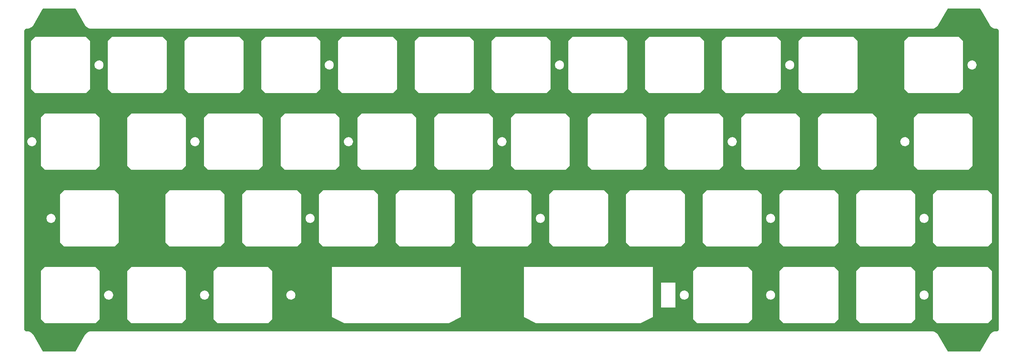
<source format=gbr>
%TF.GenerationSoftware,KiCad,Pcbnew,8.0.5*%
%TF.CreationDate,2024-10-29T17:30:03+01:00*%
%TF.ProjectId,plate campsite split,706c6174-6520-4636-916d-707369746520,rev?*%
%TF.SameCoordinates,Original*%
%TF.FileFunction,Copper,L2,Bot*%
%TF.FilePolarity,Positive*%
%FSLAX46Y46*%
G04 Gerber Fmt 4.6, Leading zero omitted, Abs format (unit mm)*
G04 Created by KiCad (PCBNEW 8.0.5) date 2024-10-29 17:30:03*
%MOMM*%
%LPD*%
G01*
G04 APERTURE LIST*
G04 APERTURE END LIST*
%TA.AperFunction,Conductor*%
%TO.N,GND*%
G36*
X36219096Y-16975935D02*
G01*
X36259443Y-17018249D01*
X38533049Y-20956250D01*
X38603111Y-21072778D01*
X38610186Y-21084546D01*
X38610186Y-21084547D01*
X38796818Y-21318586D01*
X38796834Y-21318605D01*
X39016279Y-21522227D01*
X39263622Y-21690867D01*
X39533337Y-21820758D01*
X39819400Y-21908999D01*
X40115419Y-21953617D01*
X40265100Y-21956250D01*
X40265110Y-21956250D01*
X248659900Y-21956250D01*
X248659925Y-21956250D01*
X248773293Y-21954236D01*
X248809579Y-21953592D01*
X249105595Y-21908974D01*
X249391653Y-21820735D01*
X249661365Y-21690845D01*
X249908705Y-21522207D01*
X250128148Y-21318588D01*
X250314791Y-21084536D01*
X250391951Y-20956250D01*
X252665556Y-17018249D01*
X252716123Y-16970034D01*
X252772943Y-16956250D01*
X260701557Y-16956250D01*
X260768596Y-16975935D01*
X260808943Y-17018249D01*
X263082549Y-20956250D01*
X263152611Y-21072778D01*
X263159686Y-21084546D01*
X263159686Y-21084547D01*
X263346318Y-21318586D01*
X263346334Y-21318605D01*
X263565779Y-21522227D01*
X263813122Y-21690867D01*
X264082837Y-21820758D01*
X264368900Y-21908999D01*
X264664919Y-21953617D01*
X264814600Y-21956250D01*
X264879213Y-21956250D01*
X264883266Y-21956316D01*
X264884275Y-21956349D01*
X264932530Y-21957927D01*
X264960573Y-21962087D01*
X265057645Y-21988105D01*
X265087542Y-22000490D01*
X265172797Y-22049716D01*
X265198474Y-22069420D01*
X265268079Y-22139025D01*
X265287783Y-22164702D01*
X265337007Y-22249953D01*
X265349395Y-22279856D01*
X265375411Y-22376924D01*
X265379572Y-22404970D01*
X265381184Y-22454232D01*
X265381250Y-22458287D01*
X265381250Y-96604212D01*
X265381184Y-96608267D01*
X265379572Y-96657529D01*
X265375411Y-96685575D01*
X265349395Y-96782643D01*
X265337007Y-96812546D01*
X265287783Y-96897797D01*
X265268079Y-96923474D01*
X265198474Y-96993079D01*
X265172797Y-97012783D01*
X265087546Y-97062007D01*
X265057643Y-97074395D01*
X264960575Y-97100411D01*
X264932530Y-97104572D01*
X264889520Y-97105979D01*
X264883264Y-97106184D01*
X264879213Y-97106250D01*
X264814580Y-97106250D01*
X264664946Y-97109044D01*
X264664927Y-97109046D01*
X264368933Y-97153659D01*
X264368932Y-97153659D01*
X264082894Y-97241888D01*
X263813192Y-97371766D01*
X263565864Y-97540386D01*
X263346424Y-97743991D01*
X263159792Y-97978010D01*
X263159782Y-97978024D01*
X263082553Y-98106239D01*
X260808944Y-102044250D01*
X260758377Y-102092466D01*
X260701557Y-102106250D01*
X252772943Y-102106250D01*
X252705904Y-102086565D01*
X252665556Y-102044250D01*
X250391951Y-98106249D01*
X250314692Y-97978032D01*
X250128054Y-97744004D01*
X249908622Y-97540407D01*
X249908620Y-97540405D01*
X249793173Y-97461698D01*
X249661296Y-97371788D01*
X249661253Y-97371767D01*
X249391597Y-97241911D01*
X249105567Y-97153684D01*
X249105557Y-97153681D01*
X248809563Y-97109069D01*
X248659900Y-97106250D01*
X40265100Y-97106250D01*
X40265080Y-97106250D01*
X40115446Y-97109044D01*
X40115427Y-97109046D01*
X39819433Y-97153659D01*
X39819432Y-97153659D01*
X39533394Y-97241888D01*
X39263692Y-97371766D01*
X39016364Y-97540386D01*
X38796924Y-97743991D01*
X38610292Y-97978010D01*
X38610282Y-97978024D01*
X38533053Y-98106239D01*
X36259444Y-102044250D01*
X36208877Y-102092466D01*
X36152057Y-102106250D01*
X28223443Y-102106250D01*
X28156404Y-102086565D01*
X28116056Y-102044250D01*
X25842451Y-98106250D01*
X25765311Y-97977949D01*
X25578666Y-97743895D01*
X25359221Y-97540273D01*
X25111878Y-97371633D01*
X24842163Y-97241742D01*
X24842161Y-97241741D01*
X24556100Y-97153501D01*
X24260085Y-97108883D01*
X24260074Y-97108882D01*
X24135400Y-97106689D01*
X24110400Y-97106250D01*
X24110390Y-97106250D01*
X24045786Y-97106250D01*
X24041733Y-97106184D01*
X24037932Y-97106059D01*
X23992469Y-97104572D01*
X23964422Y-97100411D01*
X23867355Y-97074395D01*
X23837453Y-97062007D01*
X23752202Y-97012783D01*
X23726525Y-96993079D01*
X23656920Y-96923474D01*
X23637216Y-96897797D01*
X23587992Y-96812546D01*
X23575604Y-96782644D01*
X23549588Y-96685577D01*
X23545427Y-96657528D01*
X23543816Y-96608266D01*
X23543750Y-96604213D01*
X23543750Y-82106249D01*
X27625000Y-82106249D01*
X27625000Y-82106250D01*
X27625000Y-94106250D01*
X28625000Y-95106250D01*
X41225000Y-95106250D01*
X42225000Y-94106250D01*
X42225000Y-88106250D01*
X43324915Y-88106250D01*
X43345247Y-88319174D01*
X43405507Y-88524402D01*
X43455716Y-88621794D01*
X43503520Y-88714521D01*
X43635735Y-88882645D01*
X43635743Y-88882653D01*
X43797387Y-89022717D01*
X43982619Y-89129661D01*
X43982620Y-89129661D01*
X43982623Y-89129663D01*
X44184751Y-89199621D01*
X44396466Y-89230061D01*
X44610116Y-89219883D01*
X44817979Y-89169456D01*
X45012543Y-89080602D01*
X45186774Y-88956533D01*
X45334377Y-88801731D01*
X45450015Y-88621794D01*
X45529511Y-88423223D01*
X45569991Y-88213196D01*
X45572532Y-88106250D01*
X45569991Y-87999304D01*
X45529511Y-87789277D01*
X45450015Y-87590706D01*
X45334377Y-87410769D01*
X45186774Y-87255967D01*
X45012543Y-87131898D01*
X45012541Y-87131897D01*
X45012542Y-87131897D01*
X44905116Y-87082838D01*
X44817979Y-87043044D01*
X44610116Y-86992617D01*
X44396466Y-86982439D01*
X44396465Y-86982439D01*
X44396464Y-86982439D01*
X44396463Y-86982439D01*
X44184749Y-87012879D01*
X43982619Y-87082838D01*
X43797388Y-87189782D01*
X43797387Y-87189782D01*
X43635743Y-87329846D01*
X43635735Y-87329854D01*
X43503520Y-87497978D01*
X43455716Y-87590706D01*
X43405507Y-87688098D01*
X43345247Y-87893326D01*
X43324915Y-88106250D01*
X42225000Y-88106250D01*
X42225000Y-82106250D01*
X42224999Y-82106249D01*
X49056250Y-82106249D01*
X49056250Y-82106250D01*
X49056250Y-94106250D01*
X50056250Y-95106250D01*
X62656250Y-95106250D01*
X63656250Y-94106250D01*
X63656250Y-88106250D01*
X67137415Y-88106250D01*
X67157747Y-88319174D01*
X67218007Y-88524402D01*
X67268216Y-88621794D01*
X67316020Y-88714521D01*
X67448235Y-88882645D01*
X67448243Y-88882653D01*
X67609887Y-89022717D01*
X67795119Y-89129661D01*
X67795120Y-89129661D01*
X67795123Y-89129663D01*
X67997251Y-89199621D01*
X68208966Y-89230061D01*
X68422616Y-89219883D01*
X68630479Y-89169456D01*
X68825043Y-89080602D01*
X68999274Y-88956533D01*
X69146877Y-88801731D01*
X69262515Y-88621794D01*
X69342011Y-88423223D01*
X69382491Y-88213196D01*
X69385032Y-88106250D01*
X69382491Y-87999304D01*
X69342011Y-87789277D01*
X69262515Y-87590706D01*
X69146877Y-87410769D01*
X68999274Y-87255967D01*
X68825043Y-87131898D01*
X68825041Y-87131897D01*
X68825042Y-87131897D01*
X68717616Y-87082838D01*
X68630479Y-87043044D01*
X68422616Y-86992617D01*
X68208966Y-86982439D01*
X68208965Y-86982439D01*
X68208964Y-86982439D01*
X68208963Y-86982439D01*
X67997249Y-87012879D01*
X67795119Y-87082838D01*
X67609888Y-87189782D01*
X67609887Y-87189782D01*
X67448243Y-87329846D01*
X67448235Y-87329854D01*
X67316020Y-87497978D01*
X67268216Y-87590706D01*
X67218007Y-87688098D01*
X67157747Y-87893326D01*
X67137415Y-88106250D01*
X63656250Y-88106250D01*
X63656250Y-82106250D01*
X63656249Y-82106249D01*
X70487500Y-82106249D01*
X70487500Y-82106250D01*
X70487500Y-94106250D01*
X71487500Y-95106250D01*
X84087500Y-95106250D01*
X85087500Y-94106250D01*
X85087500Y-88106250D01*
X88568665Y-88106250D01*
X88588997Y-88319174D01*
X88649257Y-88524402D01*
X88699466Y-88621794D01*
X88747270Y-88714521D01*
X88879485Y-88882645D01*
X88879493Y-88882653D01*
X89041137Y-89022717D01*
X89226369Y-89129661D01*
X89226370Y-89129661D01*
X89226373Y-89129663D01*
X89428501Y-89199621D01*
X89640216Y-89230061D01*
X89853866Y-89219883D01*
X90061729Y-89169456D01*
X90256293Y-89080602D01*
X90430524Y-88956533D01*
X90578127Y-88801731D01*
X90693765Y-88621794D01*
X90773261Y-88423223D01*
X90813741Y-88213196D01*
X90816282Y-88106250D01*
X99887500Y-88106250D01*
X99887500Y-93606250D01*
X99887501Y-93606251D01*
X102887499Y-95106250D01*
X128887500Y-95106250D01*
X128887501Y-95106250D01*
X131887498Y-93606251D01*
X131887500Y-93606250D01*
X131887500Y-88106250D01*
X147512500Y-88106250D01*
X147512500Y-93606250D01*
X147512501Y-93606251D01*
X150512499Y-95106250D01*
X176512500Y-95106250D01*
X176512501Y-95106250D01*
X179512498Y-93606251D01*
X179512500Y-93606250D01*
X179512500Y-91182607D01*
X181557575Y-91182607D01*
X185154924Y-91182607D01*
X185154924Y-88106250D01*
X186199915Y-88106250D01*
X186220247Y-88319174D01*
X186280507Y-88524402D01*
X186330716Y-88621794D01*
X186378520Y-88714521D01*
X186510735Y-88882645D01*
X186510743Y-88882653D01*
X186672387Y-89022717D01*
X186857619Y-89129661D01*
X186857620Y-89129661D01*
X186857623Y-89129663D01*
X187059751Y-89199621D01*
X187271466Y-89230061D01*
X187485116Y-89219883D01*
X187692979Y-89169456D01*
X187887543Y-89080602D01*
X188061774Y-88956533D01*
X188209377Y-88801731D01*
X188325015Y-88621794D01*
X188404511Y-88423223D01*
X188444991Y-88213196D01*
X188447532Y-88106250D01*
X188444991Y-87999304D01*
X188404511Y-87789277D01*
X188325015Y-87590706D01*
X188209377Y-87410769D01*
X188061774Y-87255967D01*
X187887543Y-87131898D01*
X187887541Y-87131897D01*
X187887542Y-87131897D01*
X187780116Y-87082838D01*
X187692979Y-87043044D01*
X187485116Y-86992617D01*
X187271466Y-86982439D01*
X187271465Y-86982439D01*
X187271464Y-86982439D01*
X187271463Y-86982439D01*
X187059749Y-87012879D01*
X186857619Y-87082838D01*
X186672388Y-87189782D01*
X186672387Y-87189782D01*
X186510743Y-87329846D01*
X186510735Y-87329854D01*
X186378520Y-87497978D01*
X186330716Y-87590706D01*
X186280507Y-87688098D01*
X186220247Y-87893326D01*
X186199915Y-88106250D01*
X185154924Y-88106250D01*
X185154924Y-85028334D01*
X181557575Y-85028334D01*
X181557575Y-91182607D01*
X179512500Y-91182607D01*
X179512500Y-88106250D01*
X179512500Y-82106249D01*
X189550000Y-82106249D01*
X189550000Y-82106250D01*
X189550000Y-94106250D01*
X190550000Y-95106250D01*
X203150000Y-95106250D01*
X204150000Y-94106250D01*
X204150000Y-88106250D01*
X207631165Y-88106250D01*
X207651497Y-88319174D01*
X207711757Y-88524402D01*
X207761966Y-88621794D01*
X207809770Y-88714521D01*
X207941985Y-88882645D01*
X207941993Y-88882653D01*
X208103637Y-89022717D01*
X208288869Y-89129661D01*
X208288870Y-89129661D01*
X208288873Y-89129663D01*
X208491001Y-89199621D01*
X208702716Y-89230061D01*
X208916366Y-89219883D01*
X209124229Y-89169456D01*
X209318793Y-89080602D01*
X209493024Y-88956533D01*
X209640627Y-88801731D01*
X209756265Y-88621794D01*
X209835761Y-88423223D01*
X209876241Y-88213196D01*
X209878782Y-88106250D01*
X209876241Y-87999304D01*
X209835761Y-87789277D01*
X209756265Y-87590706D01*
X209640627Y-87410769D01*
X209493024Y-87255967D01*
X209318793Y-87131898D01*
X209318791Y-87131897D01*
X209318792Y-87131897D01*
X209211366Y-87082838D01*
X209124229Y-87043044D01*
X208916366Y-86992617D01*
X208702716Y-86982439D01*
X208702715Y-86982439D01*
X208702714Y-86982439D01*
X208702713Y-86982439D01*
X208490999Y-87012879D01*
X208288869Y-87082838D01*
X208103638Y-87189782D01*
X208103637Y-87189782D01*
X207941993Y-87329846D01*
X207941985Y-87329854D01*
X207809770Y-87497978D01*
X207761966Y-87590706D01*
X207711757Y-87688098D01*
X207651497Y-87893326D01*
X207631165Y-88106250D01*
X204150000Y-88106250D01*
X204150000Y-82106250D01*
X204149999Y-82106249D01*
X210981250Y-82106249D01*
X210981250Y-82106250D01*
X210981250Y-94106250D01*
X211981250Y-95106250D01*
X224581250Y-95106250D01*
X225581250Y-94106250D01*
X225581250Y-82106250D01*
X225581249Y-82106249D01*
X230031250Y-82106249D01*
X230031250Y-82106250D01*
X230031250Y-94106250D01*
X231031250Y-95106250D01*
X243631250Y-95106250D01*
X244631250Y-94106250D01*
X244631250Y-88106250D01*
X245731165Y-88106250D01*
X245751497Y-88319174D01*
X245811757Y-88524402D01*
X245861966Y-88621794D01*
X245909770Y-88714521D01*
X246041985Y-88882645D01*
X246041993Y-88882653D01*
X246203637Y-89022717D01*
X246388869Y-89129661D01*
X246388870Y-89129661D01*
X246388873Y-89129663D01*
X246591001Y-89199621D01*
X246802716Y-89230061D01*
X247016366Y-89219883D01*
X247224229Y-89169456D01*
X247418793Y-89080602D01*
X247593024Y-88956533D01*
X247740627Y-88801731D01*
X247856265Y-88621794D01*
X247935761Y-88423223D01*
X247976241Y-88213196D01*
X247978782Y-88106250D01*
X247976241Y-87999304D01*
X247935761Y-87789277D01*
X247856265Y-87590706D01*
X247740627Y-87410769D01*
X247593024Y-87255967D01*
X247418793Y-87131898D01*
X247418791Y-87131897D01*
X247418792Y-87131897D01*
X247311366Y-87082838D01*
X247224229Y-87043044D01*
X247016366Y-86992617D01*
X246802716Y-86982439D01*
X246802715Y-86982439D01*
X246802714Y-86982439D01*
X246802713Y-86982439D01*
X246590999Y-87012879D01*
X246388869Y-87082838D01*
X246203638Y-87189782D01*
X246203637Y-87189782D01*
X246041993Y-87329846D01*
X246041985Y-87329854D01*
X245909770Y-87497978D01*
X245861966Y-87590706D01*
X245811757Y-87688098D01*
X245751497Y-87893326D01*
X245731165Y-88106250D01*
X244631250Y-88106250D01*
X244631250Y-82106250D01*
X244631249Y-82106249D01*
X249081250Y-82106249D01*
X249081250Y-82106250D01*
X249081250Y-94106250D01*
X250081250Y-95106250D01*
X262681250Y-95106250D01*
X263681250Y-94106250D01*
X263681250Y-82106250D01*
X262681250Y-81106250D01*
X250081249Y-81106250D01*
X249081250Y-82106249D01*
X244631249Y-82106249D01*
X243631250Y-81106250D01*
X231031249Y-81106250D01*
X230031250Y-82106249D01*
X225581249Y-82106249D01*
X224581250Y-81106250D01*
X211981249Y-81106250D01*
X210981250Y-82106249D01*
X204149999Y-82106249D01*
X203150000Y-81106250D01*
X190549999Y-81106250D01*
X189550000Y-82106249D01*
X179512500Y-82106249D01*
X179512500Y-81106250D01*
X147512500Y-81106250D01*
X147512500Y-88106250D01*
X131887500Y-88106250D01*
X131887500Y-81106250D01*
X99887500Y-81106250D01*
X99887500Y-88106250D01*
X90816282Y-88106250D01*
X90813741Y-87999304D01*
X90773261Y-87789277D01*
X90693765Y-87590706D01*
X90578127Y-87410769D01*
X90430524Y-87255967D01*
X90256293Y-87131898D01*
X90256291Y-87131897D01*
X90256292Y-87131897D01*
X90148866Y-87082838D01*
X90061729Y-87043044D01*
X89853866Y-86992617D01*
X89640216Y-86982439D01*
X89640215Y-86982439D01*
X89640214Y-86982439D01*
X89640213Y-86982439D01*
X89428499Y-87012879D01*
X89226369Y-87082838D01*
X89041138Y-87189782D01*
X89041137Y-87189782D01*
X88879493Y-87329846D01*
X88879485Y-87329854D01*
X88747270Y-87497978D01*
X88699466Y-87590706D01*
X88649257Y-87688098D01*
X88588997Y-87893326D01*
X88568665Y-88106250D01*
X85087500Y-88106250D01*
X85087500Y-82106250D01*
X84087500Y-81106250D01*
X71487499Y-81106250D01*
X70487500Y-82106249D01*
X63656249Y-82106249D01*
X62656250Y-81106250D01*
X50056249Y-81106250D01*
X49056250Y-82106249D01*
X42224999Y-82106249D01*
X41225000Y-81106250D01*
X28624999Y-81106250D01*
X27625000Y-82106249D01*
X23543750Y-82106249D01*
X23543750Y-69056250D01*
X29037415Y-69056250D01*
X29057747Y-69269174D01*
X29118007Y-69474402D01*
X29168216Y-69571794D01*
X29216020Y-69664521D01*
X29348235Y-69832645D01*
X29348243Y-69832653D01*
X29509887Y-69972717D01*
X29695119Y-70079661D01*
X29695120Y-70079661D01*
X29695123Y-70079663D01*
X29897251Y-70149621D01*
X30108966Y-70180061D01*
X30322616Y-70169883D01*
X30530479Y-70119456D01*
X30725043Y-70030602D01*
X30899274Y-69906533D01*
X31046877Y-69751731D01*
X31162515Y-69571794D01*
X31242011Y-69373223D01*
X31282491Y-69163196D01*
X31285032Y-69056250D01*
X31282491Y-68949304D01*
X31242011Y-68739277D01*
X31162515Y-68540706D01*
X31046877Y-68360769D01*
X30899274Y-68205967D01*
X30725043Y-68081898D01*
X30725041Y-68081897D01*
X30725042Y-68081897D01*
X30617616Y-68032838D01*
X30530479Y-67993044D01*
X30322616Y-67942617D01*
X30108966Y-67932439D01*
X30108965Y-67932439D01*
X30108964Y-67932439D01*
X30108963Y-67932439D01*
X29897249Y-67962879D01*
X29695119Y-68032838D01*
X29509888Y-68139782D01*
X29509887Y-68139782D01*
X29348243Y-68279846D01*
X29348235Y-68279854D01*
X29216020Y-68447978D01*
X29168216Y-68540706D01*
X29118007Y-68638098D01*
X29057747Y-68843326D01*
X29037415Y-69056250D01*
X23543750Y-69056250D01*
X23543750Y-63056249D01*
X32387500Y-63056249D01*
X32387500Y-63056250D01*
X32387500Y-75056250D01*
X33387500Y-76056250D01*
X45987500Y-76056250D01*
X46987500Y-75056250D01*
X46987500Y-63056250D01*
X46987499Y-63056249D01*
X58581250Y-63056249D01*
X58581250Y-63056250D01*
X58581250Y-75056250D01*
X59581250Y-76056250D01*
X72181250Y-76056250D01*
X73181250Y-75056250D01*
X73181250Y-63056250D01*
X73181249Y-63056249D01*
X77631250Y-63056249D01*
X77631250Y-63056250D01*
X77631250Y-75056250D01*
X78631250Y-76056250D01*
X91231250Y-76056250D01*
X92231250Y-75056250D01*
X92231250Y-69056250D01*
X93331165Y-69056250D01*
X93351497Y-69269174D01*
X93411757Y-69474402D01*
X93461966Y-69571794D01*
X93509770Y-69664521D01*
X93641985Y-69832645D01*
X93641993Y-69832653D01*
X93803637Y-69972717D01*
X93988869Y-70079661D01*
X93988870Y-70079661D01*
X93988873Y-70079663D01*
X94191001Y-70149621D01*
X94402716Y-70180061D01*
X94616366Y-70169883D01*
X94824229Y-70119456D01*
X95018793Y-70030602D01*
X95193024Y-69906533D01*
X95340627Y-69751731D01*
X95456265Y-69571794D01*
X95535761Y-69373223D01*
X95576241Y-69163196D01*
X95578782Y-69056250D01*
X95576241Y-68949304D01*
X95535761Y-68739277D01*
X95456265Y-68540706D01*
X95340627Y-68360769D01*
X95193024Y-68205967D01*
X95018793Y-68081898D01*
X95018791Y-68081897D01*
X95018792Y-68081897D01*
X94911366Y-68032838D01*
X94824229Y-67993044D01*
X94616366Y-67942617D01*
X94402716Y-67932439D01*
X94402715Y-67932439D01*
X94402714Y-67932439D01*
X94402713Y-67932439D01*
X94190999Y-67962879D01*
X93988869Y-68032838D01*
X93803638Y-68139782D01*
X93803637Y-68139782D01*
X93641993Y-68279846D01*
X93641985Y-68279854D01*
X93509770Y-68447978D01*
X93461966Y-68540706D01*
X93411757Y-68638098D01*
X93351497Y-68843326D01*
X93331165Y-69056250D01*
X92231250Y-69056250D01*
X92231250Y-63056250D01*
X92231249Y-63056249D01*
X96681250Y-63056249D01*
X96681250Y-63056250D01*
X96681250Y-75056250D01*
X97681250Y-76056250D01*
X110281250Y-76056250D01*
X111281250Y-75056250D01*
X111281250Y-63056250D01*
X111281249Y-63056249D01*
X115731250Y-63056249D01*
X115731250Y-63056250D01*
X115731250Y-75056250D01*
X116731250Y-76056250D01*
X129331250Y-76056250D01*
X130331250Y-75056250D01*
X130331250Y-63056250D01*
X130331249Y-63056249D01*
X134781250Y-63056249D01*
X134781250Y-63056250D01*
X134781250Y-75056250D01*
X135781250Y-76056250D01*
X148381250Y-76056250D01*
X149381250Y-75056250D01*
X149381250Y-69056250D01*
X150481165Y-69056250D01*
X150501497Y-69269174D01*
X150561757Y-69474402D01*
X150611966Y-69571794D01*
X150659770Y-69664521D01*
X150791985Y-69832645D01*
X150791993Y-69832653D01*
X150953637Y-69972717D01*
X151138869Y-70079661D01*
X151138870Y-70079661D01*
X151138873Y-70079663D01*
X151341001Y-70149621D01*
X151552716Y-70180061D01*
X151766366Y-70169883D01*
X151974229Y-70119456D01*
X152168793Y-70030602D01*
X152343024Y-69906533D01*
X152490627Y-69751731D01*
X152606265Y-69571794D01*
X152685761Y-69373223D01*
X152726241Y-69163196D01*
X152728782Y-69056250D01*
X152726241Y-68949304D01*
X152685761Y-68739277D01*
X152606265Y-68540706D01*
X152490627Y-68360769D01*
X152343024Y-68205967D01*
X152168793Y-68081898D01*
X152168791Y-68081897D01*
X152168792Y-68081897D01*
X152061366Y-68032838D01*
X151974229Y-67993044D01*
X151766366Y-67942617D01*
X151552716Y-67932439D01*
X151552715Y-67932439D01*
X151552714Y-67932439D01*
X151552713Y-67932439D01*
X151340999Y-67962879D01*
X151138869Y-68032838D01*
X150953638Y-68139782D01*
X150953637Y-68139782D01*
X150791993Y-68279846D01*
X150791985Y-68279854D01*
X150659770Y-68447978D01*
X150611966Y-68540706D01*
X150561757Y-68638098D01*
X150501497Y-68843326D01*
X150481165Y-69056250D01*
X149381250Y-69056250D01*
X149381250Y-63056250D01*
X149381249Y-63056249D01*
X153831250Y-63056249D01*
X153831250Y-63056250D01*
X153831250Y-75056250D01*
X154831250Y-76056250D01*
X167431250Y-76056250D01*
X168431250Y-75056250D01*
X168431250Y-63056250D01*
X168431249Y-63056249D01*
X172881250Y-63056249D01*
X172881250Y-63056250D01*
X172881250Y-75056250D01*
X173881250Y-76056250D01*
X186481250Y-76056250D01*
X187481250Y-75056250D01*
X187481250Y-63056250D01*
X187481249Y-63056249D01*
X191931250Y-63056249D01*
X191931250Y-63056250D01*
X191931250Y-75056250D01*
X192931250Y-76056250D01*
X205531250Y-76056250D01*
X206531250Y-75056250D01*
X206531250Y-69056250D01*
X207631165Y-69056250D01*
X207651497Y-69269174D01*
X207711757Y-69474402D01*
X207761966Y-69571794D01*
X207809770Y-69664521D01*
X207941985Y-69832645D01*
X207941993Y-69832653D01*
X208103637Y-69972717D01*
X208288869Y-70079661D01*
X208288870Y-70079661D01*
X208288873Y-70079663D01*
X208491001Y-70149621D01*
X208702716Y-70180061D01*
X208916366Y-70169883D01*
X209124229Y-70119456D01*
X209318793Y-70030602D01*
X209493024Y-69906533D01*
X209640627Y-69751731D01*
X209756265Y-69571794D01*
X209835761Y-69373223D01*
X209876241Y-69163196D01*
X209878782Y-69056250D01*
X209876241Y-68949304D01*
X209835761Y-68739277D01*
X209756265Y-68540706D01*
X209640627Y-68360769D01*
X209493024Y-68205967D01*
X209318793Y-68081898D01*
X209318791Y-68081897D01*
X209318792Y-68081897D01*
X209211366Y-68032838D01*
X209124229Y-67993044D01*
X208916366Y-67942617D01*
X208702716Y-67932439D01*
X208702715Y-67932439D01*
X208702714Y-67932439D01*
X208702713Y-67932439D01*
X208490999Y-67962879D01*
X208288869Y-68032838D01*
X208103638Y-68139782D01*
X208103637Y-68139782D01*
X207941993Y-68279846D01*
X207941985Y-68279854D01*
X207809770Y-68447978D01*
X207761966Y-68540706D01*
X207711757Y-68638098D01*
X207651497Y-68843326D01*
X207631165Y-69056250D01*
X206531250Y-69056250D01*
X206531250Y-63056250D01*
X206531249Y-63056249D01*
X210981250Y-63056249D01*
X210981250Y-63056250D01*
X210981250Y-75056250D01*
X211981250Y-76056250D01*
X224581250Y-76056250D01*
X225581250Y-75056250D01*
X225581250Y-63056250D01*
X225581249Y-63056249D01*
X230031250Y-63056249D01*
X230031250Y-63056250D01*
X230031250Y-75056250D01*
X231031250Y-76056250D01*
X243631250Y-76056250D01*
X244631250Y-75056250D01*
X244631250Y-69056250D01*
X245731165Y-69056250D01*
X245751497Y-69269174D01*
X245811757Y-69474402D01*
X245861966Y-69571794D01*
X245909770Y-69664521D01*
X246041985Y-69832645D01*
X246041993Y-69832653D01*
X246203637Y-69972717D01*
X246388869Y-70079661D01*
X246388870Y-70079661D01*
X246388873Y-70079663D01*
X246591001Y-70149621D01*
X246802716Y-70180061D01*
X247016366Y-70169883D01*
X247224229Y-70119456D01*
X247418793Y-70030602D01*
X247593024Y-69906533D01*
X247740627Y-69751731D01*
X247856265Y-69571794D01*
X247935761Y-69373223D01*
X247976241Y-69163196D01*
X247978782Y-69056250D01*
X247976241Y-68949304D01*
X247935761Y-68739277D01*
X247856265Y-68540706D01*
X247740627Y-68360769D01*
X247593024Y-68205967D01*
X247418793Y-68081898D01*
X247418791Y-68081897D01*
X247418792Y-68081897D01*
X247311366Y-68032838D01*
X247224229Y-67993044D01*
X247016366Y-67942617D01*
X246802716Y-67932439D01*
X246802715Y-67932439D01*
X246802714Y-67932439D01*
X246802713Y-67932439D01*
X246590999Y-67962879D01*
X246388869Y-68032838D01*
X246203638Y-68139782D01*
X246203637Y-68139782D01*
X246041993Y-68279846D01*
X246041985Y-68279854D01*
X245909770Y-68447978D01*
X245861966Y-68540706D01*
X245811757Y-68638098D01*
X245751497Y-68843326D01*
X245731165Y-69056250D01*
X244631250Y-69056250D01*
X244631250Y-63056250D01*
X244631249Y-63056249D01*
X249081250Y-63056249D01*
X249081250Y-63056250D01*
X249081250Y-75056250D01*
X250081250Y-76056250D01*
X262681250Y-76056250D01*
X263681250Y-75056250D01*
X263681250Y-63056250D01*
X262681250Y-62056250D01*
X250081249Y-62056250D01*
X249081250Y-63056249D01*
X244631249Y-63056249D01*
X243631250Y-62056250D01*
X231031249Y-62056250D01*
X230031250Y-63056249D01*
X225581249Y-63056249D01*
X224581250Y-62056250D01*
X211981249Y-62056250D01*
X210981250Y-63056249D01*
X206531249Y-63056249D01*
X205531250Y-62056250D01*
X192931249Y-62056250D01*
X191931250Y-63056249D01*
X187481249Y-63056249D01*
X186481250Y-62056250D01*
X173881249Y-62056250D01*
X172881250Y-63056249D01*
X168431249Y-63056249D01*
X167431250Y-62056250D01*
X154831249Y-62056250D01*
X153831250Y-63056249D01*
X149381249Y-63056249D01*
X148381250Y-62056250D01*
X135781249Y-62056250D01*
X134781250Y-63056249D01*
X130331249Y-63056249D01*
X129331250Y-62056250D01*
X116731249Y-62056250D01*
X115731250Y-63056249D01*
X111281249Y-63056249D01*
X110281250Y-62056250D01*
X97681249Y-62056250D01*
X96681250Y-63056249D01*
X92231249Y-63056249D01*
X91231250Y-62056250D01*
X78631249Y-62056250D01*
X77631250Y-63056249D01*
X73181249Y-63056249D01*
X72181250Y-62056250D01*
X59581249Y-62056250D01*
X58581250Y-63056249D01*
X46987499Y-63056249D01*
X45987500Y-62056250D01*
X33387499Y-62056250D01*
X32387500Y-63056249D01*
X23543750Y-63056249D01*
X23543750Y-50006250D01*
X24274915Y-50006250D01*
X24295247Y-50219174D01*
X24355507Y-50424402D01*
X24405716Y-50521794D01*
X24453520Y-50614521D01*
X24585735Y-50782645D01*
X24585743Y-50782653D01*
X24747387Y-50922717D01*
X24932619Y-51029661D01*
X24932620Y-51029661D01*
X24932623Y-51029663D01*
X25134751Y-51099621D01*
X25346466Y-51130061D01*
X25560116Y-51119883D01*
X25767979Y-51069456D01*
X25962543Y-50980602D01*
X26136774Y-50856533D01*
X26284377Y-50701731D01*
X26400015Y-50521794D01*
X26479511Y-50323223D01*
X26519991Y-50113196D01*
X26522532Y-50006250D01*
X26519991Y-49899304D01*
X26479511Y-49689277D01*
X26400015Y-49490706D01*
X26284377Y-49310769D01*
X26136774Y-49155967D01*
X25962543Y-49031898D01*
X25962541Y-49031897D01*
X25962542Y-49031897D01*
X25855116Y-48982838D01*
X25767979Y-48943044D01*
X25560116Y-48892617D01*
X25346466Y-48882439D01*
X25346465Y-48882439D01*
X25346464Y-48882439D01*
X25346463Y-48882439D01*
X25134749Y-48912879D01*
X24932619Y-48982838D01*
X24747388Y-49089782D01*
X24747387Y-49089782D01*
X24585743Y-49229846D01*
X24585735Y-49229854D01*
X24453520Y-49397978D01*
X24405716Y-49490706D01*
X24355507Y-49588098D01*
X24295247Y-49793326D01*
X24274915Y-50006250D01*
X23543750Y-50006250D01*
X23543750Y-44006249D01*
X27625000Y-44006249D01*
X27625000Y-44006250D01*
X27625000Y-56006250D01*
X28625000Y-57006250D01*
X41225000Y-57006250D01*
X42225000Y-56006250D01*
X42225000Y-44006250D01*
X42224999Y-44006249D01*
X49056250Y-44006249D01*
X49056250Y-44006250D01*
X49056250Y-56006250D01*
X50056250Y-57006250D01*
X62656250Y-57006250D01*
X63656250Y-56006250D01*
X63656250Y-50006250D01*
X64756165Y-50006250D01*
X64776497Y-50219174D01*
X64836757Y-50424402D01*
X64886966Y-50521794D01*
X64934770Y-50614521D01*
X65066985Y-50782645D01*
X65066993Y-50782653D01*
X65228637Y-50922717D01*
X65413869Y-51029661D01*
X65413870Y-51029661D01*
X65413873Y-51029663D01*
X65616001Y-51099621D01*
X65827716Y-51130061D01*
X66041366Y-51119883D01*
X66249229Y-51069456D01*
X66443793Y-50980602D01*
X66618024Y-50856533D01*
X66765627Y-50701731D01*
X66881265Y-50521794D01*
X66960761Y-50323223D01*
X67001241Y-50113196D01*
X67003782Y-50006250D01*
X67001241Y-49899304D01*
X66960761Y-49689277D01*
X66881265Y-49490706D01*
X66765627Y-49310769D01*
X66618024Y-49155967D01*
X66443793Y-49031898D01*
X66443791Y-49031897D01*
X66443792Y-49031897D01*
X66336366Y-48982838D01*
X66249229Y-48943044D01*
X66041366Y-48892617D01*
X65827716Y-48882439D01*
X65827715Y-48882439D01*
X65827714Y-48882439D01*
X65827713Y-48882439D01*
X65615999Y-48912879D01*
X65413869Y-48982838D01*
X65228638Y-49089782D01*
X65228637Y-49089782D01*
X65066993Y-49229846D01*
X65066985Y-49229854D01*
X64934770Y-49397978D01*
X64886966Y-49490706D01*
X64836757Y-49588098D01*
X64776497Y-49793326D01*
X64756165Y-50006250D01*
X63656250Y-50006250D01*
X63656250Y-44006250D01*
X63656249Y-44006249D01*
X68106250Y-44006249D01*
X68106250Y-44006250D01*
X68106250Y-56006250D01*
X69106250Y-57006250D01*
X81706250Y-57006250D01*
X82706250Y-56006250D01*
X82706250Y-44006250D01*
X82706249Y-44006249D01*
X87156250Y-44006249D01*
X87156250Y-44006250D01*
X87156250Y-56006250D01*
X88156250Y-57006250D01*
X100756250Y-57006250D01*
X101756250Y-56006250D01*
X101756250Y-50006250D01*
X102856165Y-50006250D01*
X102876497Y-50219174D01*
X102936757Y-50424402D01*
X102986966Y-50521794D01*
X103034770Y-50614521D01*
X103166985Y-50782645D01*
X103166993Y-50782653D01*
X103328637Y-50922717D01*
X103513869Y-51029661D01*
X103513870Y-51029661D01*
X103513873Y-51029663D01*
X103716001Y-51099621D01*
X103927716Y-51130061D01*
X104141366Y-51119883D01*
X104349229Y-51069456D01*
X104543793Y-50980602D01*
X104718024Y-50856533D01*
X104865627Y-50701731D01*
X104981265Y-50521794D01*
X105060761Y-50323223D01*
X105101241Y-50113196D01*
X105103782Y-50006250D01*
X105101241Y-49899304D01*
X105060761Y-49689277D01*
X104981265Y-49490706D01*
X104865627Y-49310769D01*
X104718024Y-49155967D01*
X104543793Y-49031898D01*
X104543791Y-49031897D01*
X104543792Y-49031897D01*
X104436366Y-48982838D01*
X104349229Y-48943044D01*
X104141366Y-48892617D01*
X103927716Y-48882439D01*
X103927715Y-48882439D01*
X103927714Y-48882439D01*
X103927713Y-48882439D01*
X103715999Y-48912879D01*
X103513869Y-48982838D01*
X103328638Y-49089782D01*
X103328637Y-49089782D01*
X103166993Y-49229846D01*
X103166985Y-49229854D01*
X103034770Y-49397978D01*
X102986966Y-49490706D01*
X102936757Y-49588098D01*
X102876497Y-49793326D01*
X102856165Y-50006250D01*
X101756250Y-50006250D01*
X101756250Y-44006250D01*
X101756249Y-44006249D01*
X106206250Y-44006249D01*
X106206250Y-44006250D01*
X106206250Y-56006250D01*
X107206250Y-57006250D01*
X119806250Y-57006250D01*
X120806250Y-56006250D01*
X120806250Y-44006250D01*
X120806249Y-44006249D01*
X125256250Y-44006249D01*
X125256250Y-44006250D01*
X125256250Y-56006250D01*
X126256250Y-57006250D01*
X138856250Y-57006250D01*
X139856250Y-56006250D01*
X139856250Y-50006250D01*
X140956165Y-50006250D01*
X140976497Y-50219174D01*
X141036757Y-50424402D01*
X141086966Y-50521794D01*
X141134770Y-50614521D01*
X141266985Y-50782645D01*
X141266993Y-50782653D01*
X141428637Y-50922717D01*
X141613869Y-51029661D01*
X141613870Y-51029661D01*
X141613873Y-51029663D01*
X141816001Y-51099621D01*
X142027716Y-51130061D01*
X142241366Y-51119883D01*
X142449229Y-51069456D01*
X142643793Y-50980602D01*
X142818024Y-50856533D01*
X142965627Y-50701731D01*
X143081265Y-50521794D01*
X143160761Y-50323223D01*
X143201241Y-50113196D01*
X143203782Y-50006250D01*
X143201241Y-49899304D01*
X143160761Y-49689277D01*
X143081265Y-49490706D01*
X142965627Y-49310769D01*
X142818024Y-49155967D01*
X142643793Y-49031898D01*
X142643791Y-49031897D01*
X142643792Y-49031897D01*
X142536366Y-48982838D01*
X142449229Y-48943044D01*
X142241366Y-48892617D01*
X142027716Y-48882439D01*
X142027715Y-48882439D01*
X142027714Y-48882439D01*
X142027713Y-48882439D01*
X141815999Y-48912879D01*
X141613869Y-48982838D01*
X141428638Y-49089782D01*
X141428637Y-49089782D01*
X141266993Y-49229846D01*
X141266985Y-49229854D01*
X141134770Y-49397978D01*
X141086966Y-49490706D01*
X141036757Y-49588098D01*
X140976497Y-49793326D01*
X140956165Y-50006250D01*
X139856250Y-50006250D01*
X139856250Y-44006250D01*
X139856249Y-44006249D01*
X144306250Y-44006249D01*
X144306250Y-44006250D01*
X144306250Y-56006250D01*
X145306250Y-57006250D01*
X157906250Y-57006250D01*
X158906250Y-56006250D01*
X158906250Y-44006250D01*
X158906249Y-44006249D01*
X163356250Y-44006249D01*
X163356250Y-44006250D01*
X163356250Y-56006250D01*
X164356250Y-57006250D01*
X176956250Y-57006250D01*
X177956250Y-56006250D01*
X177956250Y-44006250D01*
X177956249Y-44006249D01*
X182406250Y-44006249D01*
X182406250Y-44006250D01*
X182406250Y-56006250D01*
X183406250Y-57006250D01*
X196006250Y-57006250D01*
X197006250Y-56006250D01*
X197006250Y-50006250D01*
X198106165Y-50006250D01*
X198126497Y-50219174D01*
X198186757Y-50424402D01*
X198236966Y-50521794D01*
X198284770Y-50614521D01*
X198416985Y-50782645D01*
X198416993Y-50782653D01*
X198578637Y-50922717D01*
X198763869Y-51029661D01*
X198763870Y-51029661D01*
X198763873Y-51029663D01*
X198966001Y-51099621D01*
X199177716Y-51130061D01*
X199391366Y-51119883D01*
X199599229Y-51069456D01*
X199793793Y-50980602D01*
X199968024Y-50856533D01*
X200115627Y-50701731D01*
X200231265Y-50521794D01*
X200310761Y-50323223D01*
X200351241Y-50113196D01*
X200353782Y-50006250D01*
X200351241Y-49899304D01*
X200310761Y-49689277D01*
X200231265Y-49490706D01*
X200115627Y-49310769D01*
X199968024Y-49155967D01*
X199793793Y-49031898D01*
X199793791Y-49031897D01*
X199793792Y-49031897D01*
X199686366Y-48982838D01*
X199599229Y-48943044D01*
X199391366Y-48892617D01*
X199177716Y-48882439D01*
X199177715Y-48882439D01*
X199177714Y-48882439D01*
X199177713Y-48882439D01*
X198965999Y-48912879D01*
X198763869Y-48982838D01*
X198578638Y-49089782D01*
X198578637Y-49089782D01*
X198416993Y-49229846D01*
X198416985Y-49229854D01*
X198284770Y-49397978D01*
X198236966Y-49490706D01*
X198186757Y-49588098D01*
X198126497Y-49793326D01*
X198106165Y-50006250D01*
X197006250Y-50006250D01*
X197006250Y-44006250D01*
X197006249Y-44006249D01*
X201456250Y-44006249D01*
X201456250Y-44006250D01*
X201456250Y-56006250D01*
X202456250Y-57006250D01*
X215056250Y-57006250D01*
X216056250Y-56006250D01*
X216056250Y-44006250D01*
X216056249Y-44006249D01*
X220506250Y-44006249D01*
X220506250Y-44006250D01*
X220506250Y-56006250D01*
X221506250Y-57006250D01*
X234106250Y-57006250D01*
X235106250Y-56006250D01*
X235106250Y-50006250D01*
X240968665Y-50006250D01*
X240988997Y-50219174D01*
X241049257Y-50424402D01*
X241099466Y-50521794D01*
X241147270Y-50614521D01*
X241279485Y-50782645D01*
X241279493Y-50782653D01*
X241441137Y-50922717D01*
X241626369Y-51029661D01*
X241626370Y-51029661D01*
X241626373Y-51029663D01*
X241828501Y-51099621D01*
X242040216Y-51130061D01*
X242253866Y-51119883D01*
X242461729Y-51069456D01*
X242656293Y-50980602D01*
X242830524Y-50856533D01*
X242978127Y-50701731D01*
X243093765Y-50521794D01*
X243173261Y-50323223D01*
X243213741Y-50113196D01*
X243216282Y-50006250D01*
X243213741Y-49899304D01*
X243173261Y-49689277D01*
X243093765Y-49490706D01*
X242978127Y-49310769D01*
X242830524Y-49155967D01*
X242656293Y-49031898D01*
X242656291Y-49031897D01*
X242656292Y-49031897D01*
X242548866Y-48982838D01*
X242461729Y-48943044D01*
X242253866Y-48892617D01*
X242040216Y-48882439D01*
X242040215Y-48882439D01*
X242040214Y-48882439D01*
X242040213Y-48882439D01*
X241828499Y-48912879D01*
X241626369Y-48982838D01*
X241441138Y-49089782D01*
X241441137Y-49089782D01*
X241279493Y-49229846D01*
X241279485Y-49229854D01*
X241147270Y-49397978D01*
X241099466Y-49490706D01*
X241049257Y-49588098D01*
X240988997Y-49793326D01*
X240968665Y-50006250D01*
X235106250Y-50006250D01*
X235106250Y-44006250D01*
X235106249Y-44006249D01*
X244318750Y-44006249D01*
X244318750Y-44006250D01*
X244318750Y-56006250D01*
X245318750Y-57006250D01*
X257918750Y-57006250D01*
X258918750Y-56006250D01*
X258918750Y-44006250D01*
X257918750Y-43006250D01*
X245318749Y-43006250D01*
X244318750Y-44006249D01*
X235106249Y-44006249D01*
X234106250Y-43006250D01*
X221506249Y-43006250D01*
X220506250Y-44006249D01*
X216056249Y-44006249D01*
X215056250Y-43006250D01*
X202456249Y-43006250D01*
X201456250Y-44006249D01*
X197006249Y-44006249D01*
X196006250Y-43006250D01*
X183406249Y-43006250D01*
X182406250Y-44006249D01*
X177956249Y-44006249D01*
X176956250Y-43006250D01*
X164356249Y-43006250D01*
X163356250Y-44006249D01*
X158906249Y-44006249D01*
X157906250Y-43006250D01*
X145306249Y-43006250D01*
X144306250Y-44006249D01*
X139856249Y-44006249D01*
X138856250Y-43006250D01*
X126256249Y-43006250D01*
X125256250Y-44006249D01*
X120806249Y-44006249D01*
X119806250Y-43006250D01*
X107206249Y-43006250D01*
X106206250Y-44006249D01*
X101756249Y-44006249D01*
X100756250Y-43006250D01*
X88156249Y-43006250D01*
X87156250Y-44006249D01*
X82706249Y-44006249D01*
X81706250Y-43006250D01*
X69106249Y-43006250D01*
X68106250Y-44006249D01*
X63656249Y-44006249D01*
X62656250Y-43006250D01*
X50056249Y-43006250D01*
X49056250Y-44006249D01*
X42224999Y-44006249D01*
X41225000Y-43006250D01*
X28624999Y-43006250D01*
X27625000Y-44006249D01*
X23543750Y-44006249D01*
X23543750Y-24956249D01*
X25243750Y-24956249D01*
X25243750Y-24956250D01*
X25243750Y-36956250D01*
X26243750Y-37956250D01*
X38843750Y-37956250D01*
X39843750Y-36956250D01*
X39843750Y-30956250D01*
X40943665Y-30956250D01*
X40963997Y-31169174D01*
X41024257Y-31374402D01*
X41074466Y-31471794D01*
X41122270Y-31564521D01*
X41254485Y-31732645D01*
X41254493Y-31732653D01*
X41416137Y-31872717D01*
X41601369Y-31979661D01*
X41601370Y-31979661D01*
X41601373Y-31979663D01*
X41803501Y-32049621D01*
X42015216Y-32080061D01*
X42228866Y-32069883D01*
X42436729Y-32019456D01*
X42631293Y-31930602D01*
X42805524Y-31806533D01*
X42953127Y-31651731D01*
X43068765Y-31471794D01*
X43148261Y-31273223D01*
X43188741Y-31063196D01*
X43191282Y-30956250D01*
X43188741Y-30849304D01*
X43148261Y-30639277D01*
X43068765Y-30440706D01*
X42953127Y-30260769D01*
X42805524Y-30105967D01*
X42631293Y-29981898D01*
X42631291Y-29981897D01*
X42631292Y-29981897D01*
X42523866Y-29932838D01*
X42436729Y-29893044D01*
X42228866Y-29842617D01*
X42015216Y-29832439D01*
X42015215Y-29832439D01*
X42015214Y-29832439D01*
X42015213Y-29832439D01*
X41803499Y-29862879D01*
X41601369Y-29932838D01*
X41416138Y-30039782D01*
X41416137Y-30039782D01*
X41254493Y-30179846D01*
X41254485Y-30179854D01*
X41122270Y-30347978D01*
X41074466Y-30440706D01*
X41024257Y-30538098D01*
X40963997Y-30743326D01*
X40943665Y-30956250D01*
X39843750Y-30956250D01*
X39843750Y-24956250D01*
X39843749Y-24956249D01*
X44293750Y-24956249D01*
X44293750Y-24956250D01*
X44293750Y-36956250D01*
X45293750Y-37956250D01*
X57893750Y-37956250D01*
X58893750Y-36956250D01*
X58893750Y-24956250D01*
X58893749Y-24956249D01*
X63343750Y-24956249D01*
X63343750Y-24956250D01*
X63343750Y-36956250D01*
X64343750Y-37956250D01*
X76943750Y-37956250D01*
X77943750Y-36956250D01*
X77943750Y-24956250D01*
X77943749Y-24956249D01*
X82393750Y-24956249D01*
X82393750Y-24956250D01*
X82393750Y-36956250D01*
X83393750Y-37956250D01*
X95993750Y-37956250D01*
X96993750Y-36956250D01*
X96993750Y-30956250D01*
X98093665Y-30956250D01*
X98113997Y-31169174D01*
X98174257Y-31374402D01*
X98224466Y-31471794D01*
X98272270Y-31564521D01*
X98404485Y-31732645D01*
X98404493Y-31732653D01*
X98566137Y-31872717D01*
X98751369Y-31979661D01*
X98751370Y-31979661D01*
X98751373Y-31979663D01*
X98953501Y-32049621D01*
X99165216Y-32080061D01*
X99378866Y-32069883D01*
X99586729Y-32019456D01*
X99781293Y-31930602D01*
X99955524Y-31806533D01*
X100103127Y-31651731D01*
X100218765Y-31471794D01*
X100298261Y-31273223D01*
X100338741Y-31063196D01*
X100341282Y-30956250D01*
X100338741Y-30849304D01*
X100298261Y-30639277D01*
X100218765Y-30440706D01*
X100103127Y-30260769D01*
X99955524Y-30105967D01*
X99781293Y-29981898D01*
X99781291Y-29981897D01*
X99781292Y-29981897D01*
X99673866Y-29932838D01*
X99586729Y-29893044D01*
X99378866Y-29842617D01*
X99165216Y-29832439D01*
X99165215Y-29832439D01*
X99165214Y-29832439D01*
X99165213Y-29832439D01*
X98953499Y-29862879D01*
X98751369Y-29932838D01*
X98566138Y-30039782D01*
X98566137Y-30039782D01*
X98404493Y-30179846D01*
X98404485Y-30179854D01*
X98272270Y-30347978D01*
X98224466Y-30440706D01*
X98174257Y-30538098D01*
X98113997Y-30743326D01*
X98093665Y-30956250D01*
X96993750Y-30956250D01*
X96993750Y-24956250D01*
X96993749Y-24956249D01*
X101443750Y-24956249D01*
X101443750Y-24956250D01*
X101443750Y-36956250D01*
X102443750Y-37956250D01*
X115043750Y-37956250D01*
X116043750Y-36956250D01*
X116043750Y-24956250D01*
X116043749Y-24956249D01*
X120493750Y-24956249D01*
X120493750Y-24956250D01*
X120493750Y-36956250D01*
X121493750Y-37956250D01*
X134093750Y-37956250D01*
X135093750Y-36956250D01*
X135093750Y-24956250D01*
X135093749Y-24956249D01*
X139543750Y-24956249D01*
X139543750Y-24956250D01*
X139543750Y-36956250D01*
X140543750Y-37956250D01*
X153143750Y-37956250D01*
X154143750Y-36956250D01*
X154143750Y-30956250D01*
X155243665Y-30956250D01*
X155263997Y-31169174D01*
X155324257Y-31374402D01*
X155374466Y-31471794D01*
X155422270Y-31564521D01*
X155554485Y-31732645D01*
X155554493Y-31732653D01*
X155716137Y-31872717D01*
X155901369Y-31979661D01*
X155901370Y-31979661D01*
X155901373Y-31979663D01*
X156103501Y-32049621D01*
X156315216Y-32080061D01*
X156528866Y-32069883D01*
X156736729Y-32019456D01*
X156931293Y-31930602D01*
X157105524Y-31806533D01*
X157253127Y-31651731D01*
X157368765Y-31471794D01*
X157448261Y-31273223D01*
X157488741Y-31063196D01*
X157491282Y-30956250D01*
X157488741Y-30849304D01*
X157448261Y-30639277D01*
X157368765Y-30440706D01*
X157253127Y-30260769D01*
X157105524Y-30105967D01*
X156931293Y-29981898D01*
X156931291Y-29981897D01*
X156931292Y-29981897D01*
X156823866Y-29932838D01*
X156736729Y-29893044D01*
X156528866Y-29842617D01*
X156315216Y-29832439D01*
X156315215Y-29832439D01*
X156315214Y-29832439D01*
X156315213Y-29832439D01*
X156103499Y-29862879D01*
X155901369Y-29932838D01*
X155716138Y-30039782D01*
X155716137Y-30039782D01*
X155554493Y-30179846D01*
X155554485Y-30179854D01*
X155422270Y-30347978D01*
X155374466Y-30440706D01*
X155324257Y-30538098D01*
X155263997Y-30743326D01*
X155243665Y-30956250D01*
X154143750Y-30956250D01*
X154143750Y-24956250D01*
X154143749Y-24956249D01*
X158593750Y-24956249D01*
X158593750Y-24956250D01*
X158593750Y-36956250D01*
X159593750Y-37956250D01*
X172193750Y-37956250D01*
X173193750Y-36956250D01*
X173193750Y-24956250D01*
X173193749Y-24956249D01*
X177643750Y-24956249D01*
X177643750Y-24956250D01*
X177643750Y-36956250D01*
X178643750Y-37956250D01*
X191243750Y-37956250D01*
X192243750Y-36956250D01*
X192243750Y-24956250D01*
X192243749Y-24956249D01*
X196693750Y-24956249D01*
X196693750Y-24956250D01*
X196693750Y-36956250D01*
X197693750Y-37956250D01*
X210293750Y-37956250D01*
X211293750Y-36956250D01*
X211293750Y-30956250D01*
X212393665Y-30956250D01*
X212413997Y-31169174D01*
X212474257Y-31374402D01*
X212524466Y-31471794D01*
X212572270Y-31564521D01*
X212704485Y-31732645D01*
X212704493Y-31732653D01*
X212866137Y-31872717D01*
X213051369Y-31979661D01*
X213051370Y-31979661D01*
X213051373Y-31979663D01*
X213253501Y-32049621D01*
X213465216Y-32080061D01*
X213678866Y-32069883D01*
X213886729Y-32019456D01*
X214081293Y-31930602D01*
X214255524Y-31806533D01*
X214403127Y-31651731D01*
X214518765Y-31471794D01*
X214598261Y-31273223D01*
X214638741Y-31063196D01*
X214641282Y-30956250D01*
X214638741Y-30849304D01*
X214598261Y-30639277D01*
X214518765Y-30440706D01*
X214403127Y-30260769D01*
X214255524Y-30105967D01*
X214081293Y-29981898D01*
X214081291Y-29981897D01*
X214081292Y-29981897D01*
X213973866Y-29932838D01*
X213886729Y-29893044D01*
X213678866Y-29842617D01*
X213465216Y-29832439D01*
X213465215Y-29832439D01*
X213465214Y-29832439D01*
X213465213Y-29832439D01*
X213253499Y-29862879D01*
X213051369Y-29932838D01*
X212866138Y-30039782D01*
X212866137Y-30039782D01*
X212704493Y-30179846D01*
X212704485Y-30179854D01*
X212572270Y-30347978D01*
X212524466Y-30440706D01*
X212474257Y-30538098D01*
X212413997Y-30743326D01*
X212393665Y-30956250D01*
X211293750Y-30956250D01*
X211293750Y-24956250D01*
X211293749Y-24956249D01*
X215743750Y-24956249D01*
X215743750Y-24956250D01*
X215743750Y-36956250D01*
X216743750Y-37956250D01*
X229343750Y-37956250D01*
X230343750Y-36956250D01*
X230343750Y-24956250D01*
X230343749Y-24956249D01*
X241937500Y-24956249D01*
X241937500Y-24956250D01*
X241937500Y-36956250D01*
X242937500Y-37956250D01*
X255537500Y-37956250D01*
X256537500Y-36956250D01*
X256537500Y-30956250D01*
X257637415Y-30956250D01*
X257657747Y-31169174D01*
X257718007Y-31374402D01*
X257768216Y-31471794D01*
X257816020Y-31564521D01*
X257948235Y-31732645D01*
X257948243Y-31732653D01*
X258109887Y-31872717D01*
X258295119Y-31979661D01*
X258295120Y-31979661D01*
X258295123Y-31979663D01*
X258497251Y-32049621D01*
X258708966Y-32080061D01*
X258922616Y-32069883D01*
X259130479Y-32019456D01*
X259325043Y-31930602D01*
X259499274Y-31806533D01*
X259646877Y-31651731D01*
X259762515Y-31471794D01*
X259842011Y-31273223D01*
X259882491Y-31063196D01*
X259885032Y-30956250D01*
X259882491Y-30849304D01*
X259842011Y-30639277D01*
X259762515Y-30440706D01*
X259646877Y-30260769D01*
X259499274Y-30105967D01*
X259325043Y-29981898D01*
X259325041Y-29981897D01*
X259325042Y-29981897D01*
X259217616Y-29932838D01*
X259130479Y-29893044D01*
X258922616Y-29842617D01*
X258708966Y-29832439D01*
X258708965Y-29832439D01*
X258708964Y-29832439D01*
X258708963Y-29832439D01*
X258497249Y-29862879D01*
X258295119Y-29932838D01*
X258109888Y-30039782D01*
X258109887Y-30039782D01*
X257948243Y-30179846D01*
X257948235Y-30179854D01*
X257816020Y-30347978D01*
X257768216Y-30440706D01*
X257718007Y-30538098D01*
X257657747Y-30743326D01*
X257637415Y-30956250D01*
X256537500Y-30956250D01*
X256537500Y-24956250D01*
X255537500Y-23956250D01*
X242937499Y-23956250D01*
X241937500Y-24956249D01*
X230343749Y-24956249D01*
X229343750Y-23956250D01*
X216743749Y-23956250D01*
X215743750Y-24956249D01*
X211293749Y-24956249D01*
X210293750Y-23956250D01*
X197693749Y-23956250D01*
X196693750Y-24956249D01*
X192243749Y-24956249D01*
X191243750Y-23956250D01*
X178643749Y-23956250D01*
X177643750Y-24956249D01*
X173193749Y-24956249D01*
X172193750Y-23956250D01*
X159593749Y-23956250D01*
X158593750Y-24956249D01*
X154143749Y-24956249D01*
X153143750Y-23956250D01*
X140543749Y-23956250D01*
X139543750Y-24956249D01*
X135093749Y-24956249D01*
X134093750Y-23956250D01*
X121493749Y-23956250D01*
X120493750Y-24956249D01*
X116043749Y-24956249D01*
X115043750Y-23956250D01*
X102443749Y-23956250D01*
X101443750Y-24956249D01*
X96993749Y-24956249D01*
X95993750Y-23956250D01*
X83393749Y-23956250D01*
X82393750Y-24956249D01*
X77943749Y-24956249D01*
X76943750Y-23956250D01*
X64343749Y-23956250D01*
X63343750Y-24956249D01*
X58893749Y-24956249D01*
X57893750Y-23956250D01*
X45293749Y-23956250D01*
X44293750Y-24956249D01*
X39843749Y-24956249D01*
X38843750Y-23956250D01*
X26243749Y-23956250D01*
X25243750Y-24956249D01*
X23543750Y-24956249D01*
X23543750Y-22458286D01*
X23543816Y-22454233D01*
X23545427Y-22404971D01*
X23549588Y-22376924D01*
X23575605Y-22279850D01*
X23587990Y-22249957D01*
X23637218Y-22164698D01*
X23656916Y-22139029D01*
X23726529Y-22069416D01*
X23752198Y-22049718D01*
X23837457Y-22000490D01*
X23867350Y-21988105D01*
X23964427Y-21962087D01*
X23992464Y-21957927D01*
X24040732Y-21956348D01*
X24046798Y-21956301D01*
X24167981Y-21958340D01*
X24178939Y-21958525D01*
X24178939Y-21958524D01*
X24178944Y-21958525D01*
X24447934Y-21931061D01*
X24710777Y-21867627D01*
X24962684Y-21769379D01*
X25199068Y-21638106D01*
X25415624Y-21476199D01*
X25608406Y-21286607D01*
X25608409Y-21286602D01*
X25608412Y-21286600D01*
X25764799Y-21084547D01*
X25773904Y-21072784D01*
X25843412Y-20956805D01*
X28116061Y-17018275D01*
X28166616Y-16970048D01*
X28223463Y-16956250D01*
X36152057Y-16956250D01*
X36219096Y-16975935D01*
G37*
%TD.AperFunction*%
%TD*%
M02*

</source>
